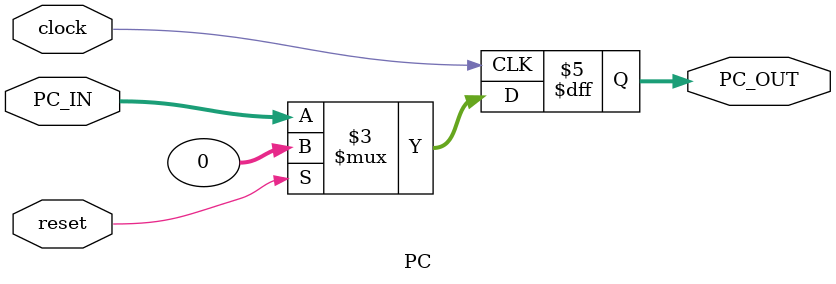
<source format=v>
module PC(reset, clock, PC_IN, PC_OUT);
input reset, clock;
input [31:0] PC_IN;
output reg [31:0] PC_OUT;

always  @ (posedge clock) begin
if (reset)
PC_OUT = 32'd0;
else
PC_OUT = PC_IN;
end
endmodule

</source>
